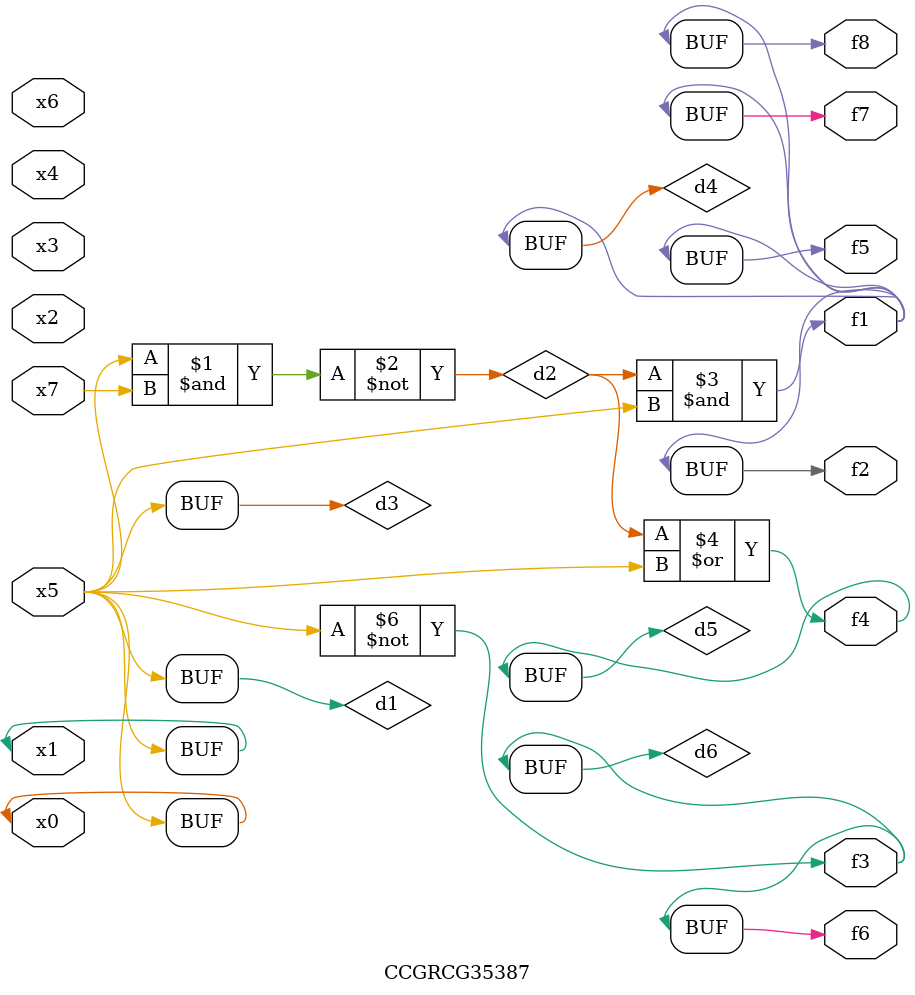
<source format=v>
module CCGRCG35387(
	input x0, x1, x2, x3, x4, x5, x6, x7,
	output f1, f2, f3, f4, f5, f6, f7, f8
);

	wire d1, d2, d3, d4, d5, d6;

	buf (d1, x0, x5);
	nand (d2, x5, x7);
	buf (d3, x0, x1);
	and (d4, d2, d3);
	or (d5, d2, d3);
	nor (d6, d1, d3);
	assign f1 = d4;
	assign f2 = d4;
	assign f3 = d6;
	assign f4 = d5;
	assign f5 = d4;
	assign f6 = d6;
	assign f7 = d4;
	assign f8 = d4;
endmodule

</source>
